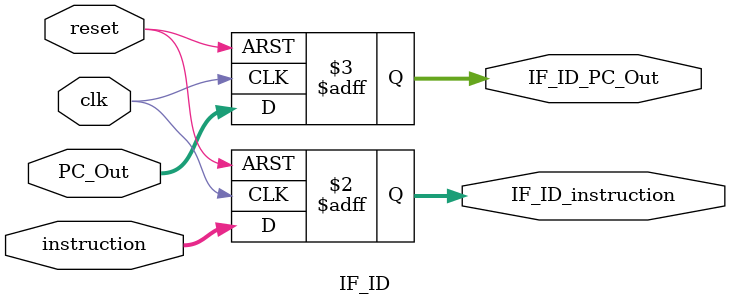
<source format=v>
module IF_ID (
    input clk, reset,
	input [31:0] instruction,
	input [63:0] PC_Out,
	output reg [31:0] IF_ID_instruction,
	output reg [63:0] IF_ID_PC_Out

);

always @(posedge reset or posedge clk)
begin
    if (reset)
        begin
            IF_ID_instruction = 0;
            IF_ID_PC_Out = 0;
        end 
    else
        begin
            IF_ID_instruction = instruction;
            IF_ID_PC_Out = PC_Out;
        end
end
endmodule 
</source>
